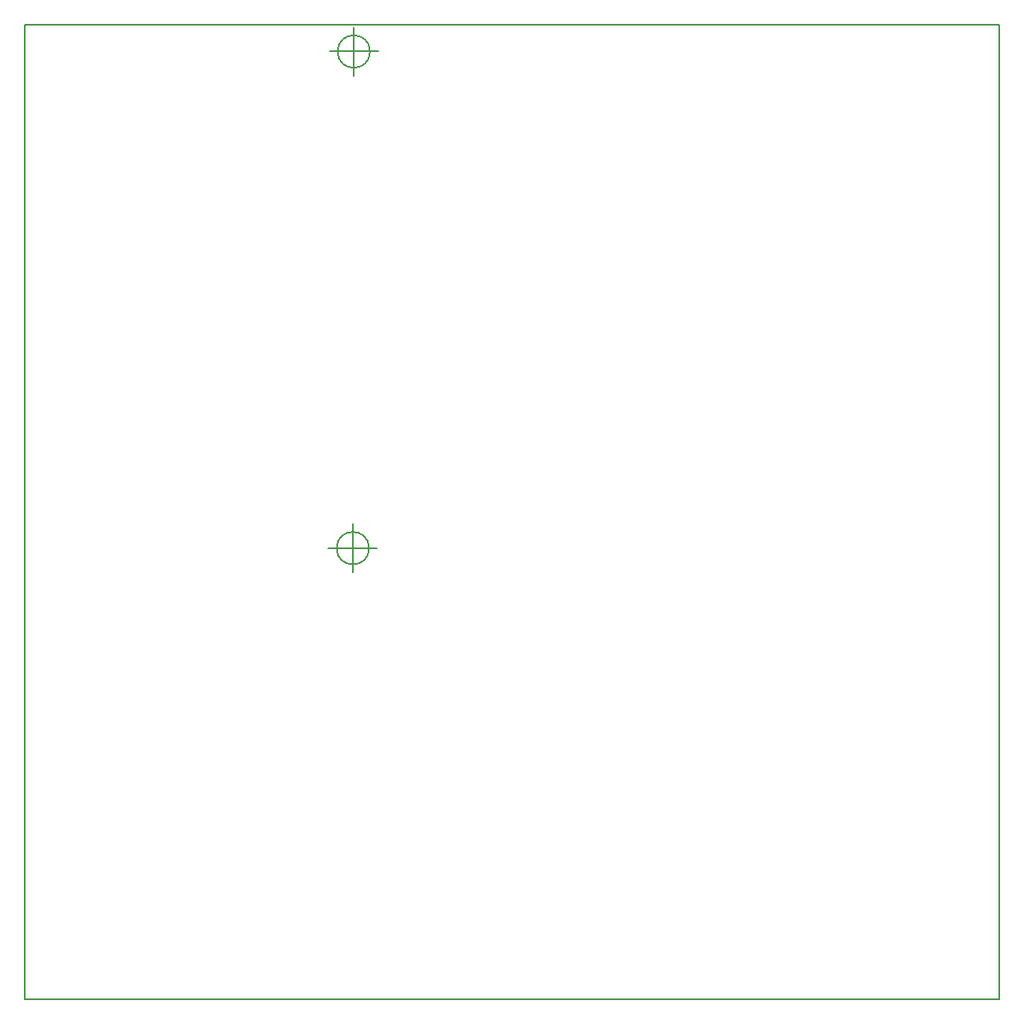
<source format=gbr>
G04 #@! TF.FileFunction,Profile,NP*
%FSLAX46Y46*%
G04 Gerber Fmt 4.6, Leading zero omitted, Abs format (unit mm)*
G04 Created by KiCad (PCBNEW 4.0.3-stable) date 07/17/17 20:12:38*
%MOMM*%
%LPD*%
G01*
G04 APERTURE LIST*
%ADD10C,0.100000*%
%ADD11C,0.150000*%
G04 APERTURE END LIST*
D10*
D11*
X150000000Y-150000000D02*
X150000000Y-50000000D01*
X50000000Y-150000000D02*
X50000000Y-50000000D01*
X150000000Y-150000000D02*
X50000000Y-150000000D01*
X50000000Y-50000000D02*
X150000000Y-50000000D01*
X85420476Y-52714789D02*
G75*
G03X85420476Y-52714789I-1666666J0D01*
G01*
X81253810Y-52714789D02*
X86253810Y-52714789D01*
X83753810Y-50214789D02*
X83753810Y-55214789D01*
X85320476Y-103714789D02*
G75*
G03X85320476Y-103714789I-1666666J0D01*
G01*
X81153810Y-103714789D02*
X86153810Y-103714789D01*
X83653810Y-101214789D02*
X83653810Y-106214789D01*
M02*

</source>
